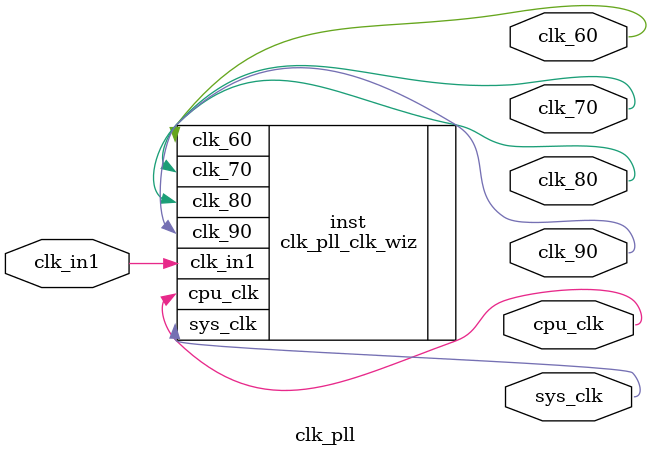
<source format=v>


`timescale 1ps/1ps

(* CORE_GENERATION_INFO = "clk_pll,clk_wiz_v6_0_4_0_0,{component_name=clk_pll,use_phase_alignment=true,use_min_o_jitter=false,use_max_i_jitter=false,use_dyn_phase_shift=false,use_inclk_switchover=false,use_dyn_reconfig=false,enable_axi=0,feedback_source=FDBK_AUTO,PRIMITIVE=PLL,num_out_clk=6,clkin1_period=10.000,clkin2_period=10.000,use_power_down=false,use_reset=false,use_locked=false,use_inclk_stopped=false,feedback_type=SINGLE,CLOCK_MGR_TYPE=NA,manual_override=false}" *)

module clk_pll 
 (
  // Clock out ports
  output        cpu_clk,
  output        sys_clk,
  output        clk_60,
  output        clk_70,
  output        clk_80,
  output        clk_90,
 // Clock in ports
  input         clk_in1
 );

  clk_pll_clk_wiz inst
  (
  // Clock out ports  
  .cpu_clk(cpu_clk),
  .sys_clk(sys_clk),
  .clk_60(clk_60),
  .clk_70(clk_70),
  .clk_80(clk_80),
  .clk_90(clk_90),
 // Clock in ports
  .clk_in1(clk_in1)
  );

endmodule

</source>
